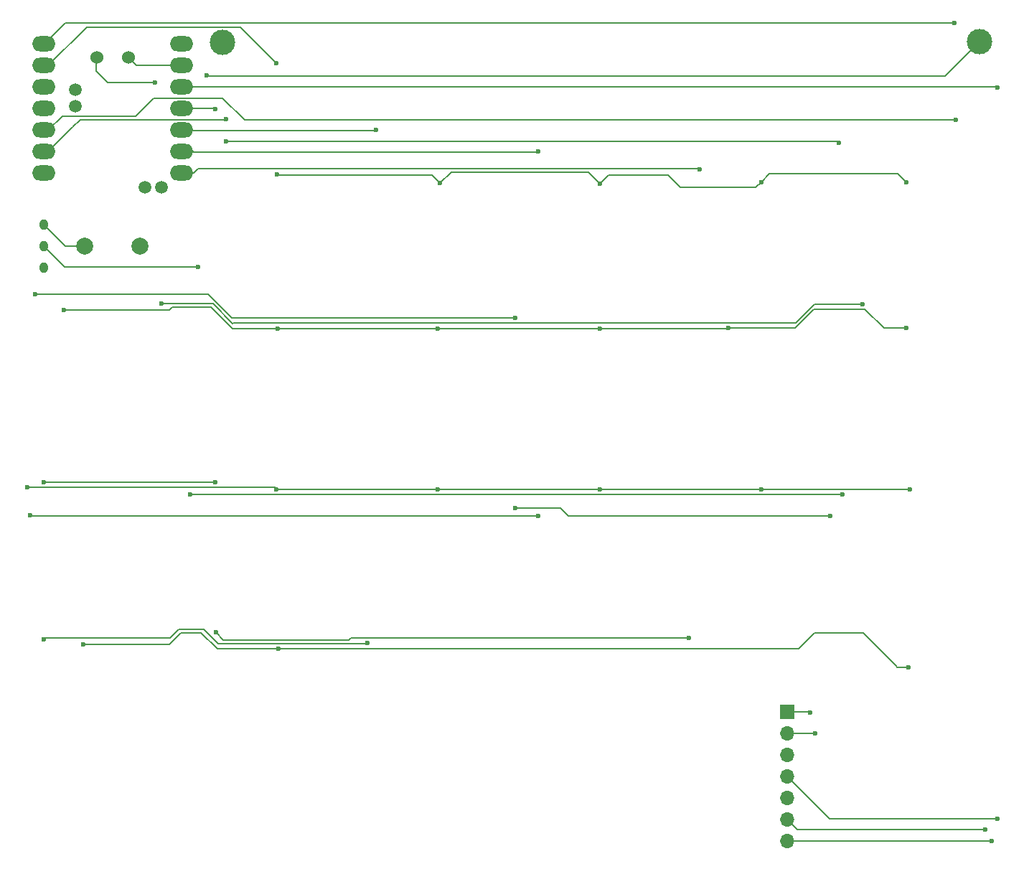
<source format=gbr>
%TF.GenerationSoftware,KiCad,Pcbnew,8.0.7*%
%TF.CreationDate,2025-06-04T19:27:18+09:00*%
%TF.ProjectId,cool642tb_R_v121,636f6f6c-3634-4327-9462-5f525f763132,rev?*%
%TF.SameCoordinates,Original*%
%TF.FileFunction,Copper,L1,Top*%
%TF.FilePolarity,Positive*%
%FSLAX46Y46*%
G04 Gerber Fmt 4.6, Leading zero omitted, Abs format (unit mm)*
G04 Created by KiCad (PCBNEW 8.0.7) date 2025-06-04 19:27:18*
%MOMM*%
%LPD*%
G01*
G04 APERTURE LIST*
%TA.AperFunction,ComponentPad*%
%ADD10O,1.000000X1.300000*%
%TD*%
%TA.AperFunction,ComponentPad*%
%ADD11O,2.750000X1.800000*%
%TD*%
%TA.AperFunction,ComponentPad*%
%ADD12C,1.500000*%
%TD*%
%TA.AperFunction,ComponentPad*%
%ADD13C,1.524000*%
%TD*%
%TA.AperFunction,ComponentPad*%
%ADD14R,1.700000X1.700000*%
%TD*%
%TA.AperFunction,ComponentPad*%
%ADD15O,1.700000X1.700000*%
%TD*%
%TA.AperFunction,ComponentPad*%
%ADD16C,3.000000*%
%TD*%
%TA.AperFunction,ComponentPad*%
%ADD17C,2.000000*%
%TD*%
%TA.AperFunction,ViaPad*%
%ADD18C,0.600000*%
%TD*%
%TA.AperFunction,Conductor*%
%ADD19C,0.200000*%
%TD*%
G04 APERTURE END LIST*
D10*
%TO.P,SW21,1,A*%
%TO.N,unconnected-(SW21-A-Pad1)*%
X-27100000Y-1890000D03*
%TO.P,SW21,2,B*%
%TO.N,Net-(BT1--)*%
X-27100000Y610000D03*
%TO.P,SW21,3,C*%
%TO.N,GND*%
X-27100000Y3110000D03*
%TD*%
D11*
%TO.P,U1,1,P0.02_A0_D0*%
%TO.N,MOTION*%
X-27110000Y24450000D03*
%TO.P,U1,2,P0.03_A1_D1*%
%TO.N,Row0*%
X-27110000Y21910000D03*
%TO.P,U1,3,P0.28_A2_D2*%
%TO.N,Row1*%
X-27110000Y19370000D03*
%TO.P,U1,4,P0.29_A3_D3*%
%TO.N,Row2*%
X-27110000Y16830000D03*
%TO.P,U1,5,P0.04_A4_D4_SDA*%
%TO.N,SDIO*%
X-27110000Y14290000D03*
%TO.P,U1,6,P0.05_A5_D5_SCL*%
%TO.N,SCLK*%
X-27110000Y11750000D03*
%TO.P,U1,7,P1.11_D6_TX*%
%TO.N,Row3*%
X-27110000Y9210000D03*
%TO.P,U1,8,P1.12_D7_RX*%
%TO.N,Col3*%
X-10870000Y9210000D03*
%TO.P,U1,9,P1.13_D8_SCK*%
%TO.N,Col2*%
X-10870000Y11750000D03*
%TO.P,U1,10,P1.14_D9_MISO*%
%TO.N,Col1*%
X-10870000Y14290000D03*
%TO.P,U1,11,P1.15_D10_MOSI*%
%TO.N,Col0*%
X-10870000Y16830000D03*
%TO.P,U1,12,3V3*%
%TO.N,3.3V*%
X-10870000Y19370000D03*
%TO.P,U1,13,GND*%
%TO.N,GND*%
X-10870000Y21910000D03*
%TO.P,U1,14,5V*%
%TO.N,VCC*%
X-10870000Y24450000D03*
D12*
%TO.P,U1,15,NFC1_0.09*%
%TO.N,CS*%
X-15154600Y7518000D03*
%TO.P,U1,16,NFC2_0.10*%
%TO.N,Col4*%
X-13275000Y7518000D03*
%TO.P,U1,20,BATT+*%
%TO.N,Bat*%
X-23435000Y17147000D03*
%TO.P,U1,21,BATT-*%
%TO.N,GND*%
X-23435000Y19052000D03*
D13*
%TO.P,U1,22,RST*%
%TO.N,RST*%
X-20870000Y22900000D03*
%TO.P,U1,23,GND*%
%TO.N,GND*%
X-17150000Y22840000D03*
%TD*%
D14*
%TO.P,J1,1,SCLK*%
%TO.N,SCLK*%
X60590000Y-54350000D03*
D15*
%TO.P,J1,2,nCS*%
%TO.N,CS*%
X60590000Y-56890000D03*
%TO.P,J1,3,GND*%
%TO.N,GND*%
X60590000Y-59430000D03*
%TO.P,J1,4,Vin*%
%TO.N,3.3V*%
X60590000Y-61970000D03*
%TO.P,J1,5,nc*%
%TO.N,unconnected-(J1-nc-Pad5)*%
X60590000Y-64510000D03*
%TO.P,J1,6,SDIO*%
%TO.N,SDIO*%
X60590000Y-67050000D03*
%TO.P,J1,7,MOTION*%
%TO.N,MOTION*%
X60590000Y-69590000D03*
%TD*%
D16*
%TO.P,BT1,1,+*%
%TO.N,Bat*%
X-6020000Y24670000D03*
%TO.P,BT1,2,-*%
%TO.N,Net-(BT1--)*%
X83250000Y24710000D03*
%TD*%
D17*
%TO.P,SW22,1,1*%
%TO.N,RST*%
X-15770000Y580000D03*
%TO.P,SW22,2,2*%
%TO.N,GND*%
X-22270000Y580000D03*
%TD*%
D18*
%TO.N,RST*%
X-14010000Y19930000D03*
%TO.N,Net-(BT1--)*%
X-8950000Y-1810000D03*
%TO.N,SCLK*%
X-5590000Y12930000D03*
X-5630000Y15570000D03*
%TO.N,Row1*%
X-24740000Y-6900000D03*
%TO.N,Net-(BT1--)*%
X-7940000Y20780000D03*
%TO.N,Row0*%
X38490000Y8000000D03*
X350000Y9090000D03*
X340000Y22200000D03*
X19600000Y8040000D03*
X57500000Y8140000D03*
X74630000Y8180000D03*
%TO.N,Row1*%
X53670000Y-9040000D03*
X510000Y-9100000D03*
X38450000Y-9100000D03*
X19340000Y-9100000D03*
X74640000Y-9080000D03*
%TO.N,Row2*%
X340000Y-28070000D03*
X75040000Y-28070000D03*
X38470000Y-28070000D03*
X19360000Y-28070000D03*
X57530000Y-28070000D03*
X-29120000Y-27840000D03*
%TO.N,Row3*%
X560000Y-46930000D03*
X74900000Y-49060000D03*
X-22450000Y-46340000D03*
%TO.N,GND*%
X65680000Y-31230000D03*
X28480000Y-7840000D03*
X-28160000Y-5070000D03*
X28470000Y-30300000D03*
%TO.N,CS*%
X63910000Y-56860000D03*
X67120000Y-28720000D03*
X-9850000Y-28700000D03*
%TO.N,SCLK*%
X66690000Y12840000D03*
X63310000Y-54390000D03*
%TO.N,MOTION*%
X84690000Y-69590000D03*
X80300000Y26940000D03*
%TO.N,3.3V*%
X85370000Y-66960000D03*
X85350000Y19300000D03*
%TO.N,SDIO*%
X80500000Y15480000D03*
X83920000Y-68240000D03*
%TO.N,Col0*%
X-27130000Y-27240000D03*
X-6880000Y16760000D03*
X-6900000Y-27240000D03*
%TO.N,Col1*%
X12090000Y14290000D03*
X-27100000Y-45810000D03*
X11050000Y-46230000D03*
%TO.N,Col2*%
X-28700000Y-31100000D03*
X31210000Y11780000D03*
X31200000Y-31240000D03*
%TO.N,Col3*%
X-6850000Y-44940000D03*
X50220000Y9660000D03*
X49020000Y-45640000D03*
%TO.N,Col4*%
X-13270000Y-6160000D03*
X69430000Y-6240000D03*
%TD*%
D19*
%TO.N,RST*%
X-20870000Y22900000D02*
X-20923575Y22846425D01*
X-20923575Y22846425D02*
X-20923575Y21285634D01*
X-20923575Y21285634D02*
X-19567941Y19930000D01*
X-19567941Y19930000D02*
X-14010000Y19930000D01*
%TO.N,Row1*%
X-12340000Y-6922321D02*
X-24717679Y-6922321D01*
X-6191160Y-7801160D02*
X-4892321Y-9100000D01*
X-6191160Y-7801160D02*
X-7432320Y-6560000D01*
X-7432320Y-6560000D02*
X-11977679Y-6560000D01*
X-11977679Y-6560000D02*
X-12340000Y-6922321D01*
%TO.N,Net-(BT1--)*%
X-24680000Y-1810000D02*
X-8950000Y-1810000D01*
X-27100000Y610000D02*
X-24680000Y-1810000D01*
%TO.N,SCLK*%
X-22810000Y15550000D02*
X-15880000Y15550000D01*
X-15880000Y15550000D02*
X-5650000Y15550000D01*
X-15880000Y15550000D02*
X-13100000Y15550000D01*
X-5590000Y12930000D02*
X66600000Y12930000D01*
X-5650000Y15550000D02*
X-5630000Y15570000D01*
%TO.N,SDIO*%
X-16280000Y15950000D02*
X-14200000Y18030000D01*
X-24950000Y15950000D02*
X-16280000Y15950000D01*
X-3450000Y15470000D02*
X80490000Y15470000D01*
X-14200000Y18030000D02*
X-6010000Y18030000D01*
X-6010000Y18030000D02*
X-3450000Y15470000D01*
%TO.N,Row0*%
X340000Y22200000D02*
X-3930000Y26470000D01*
X-3930000Y26470000D02*
X-22050000Y26470000D01*
X-22050000Y26470000D02*
X-26610000Y21910000D01*
%TO.N,Row1*%
X-24717679Y-6922321D02*
X-24740000Y-6900000D01*
%TO.N,GND*%
X-22270000Y580000D02*
X-24570000Y580000D01*
X-24570000Y580000D02*
X-27100000Y3110000D01*
%TO.N,Net-(BT1--)*%
X-7870000Y20710000D02*
X-7940000Y20780000D01*
X79250000Y20710000D02*
X-7870000Y20710000D01*
X83250000Y24710000D02*
X79250000Y20710000D01*
X-25770000Y-720000D02*
X-27100000Y610000D01*
%TO.N,3.3V*%
X-11370000Y19370000D02*
X85280000Y19370000D01*
X85280000Y19370000D02*
X85350000Y19300000D01*
%TO.N,GND*%
X-17150000Y22840000D02*
X-16220000Y21910000D01*
X-16220000Y21910000D02*
X-11370000Y21910000D01*
%TO.N,Row0*%
X20920000Y9360000D02*
X19600000Y8040000D01*
X73660000Y9138500D02*
X58498500Y9138500D01*
X48002093Y7520000D02*
X46523593Y8998500D01*
X74618500Y8180000D02*
X73660000Y9138500D01*
X39488500Y8998500D02*
X38490000Y8000000D01*
X37130000Y9360000D02*
X20920000Y9360000D01*
X56880000Y7520000D02*
X48002093Y7520000D01*
X440000Y9000000D02*
X350000Y9090000D01*
X18640000Y9000000D02*
X440000Y9000000D01*
X-26610000Y21910000D02*
X-26610000Y22400000D01*
X57500000Y8140000D02*
X56880000Y7520000D01*
X46523593Y8998500D02*
X39488500Y8998500D01*
X38490000Y8000000D02*
X37130000Y9360000D01*
X74630000Y8180000D02*
X74618500Y8180000D01*
X19600000Y8040000D02*
X18640000Y9000000D01*
X58498500Y9138500D02*
X57500000Y8140000D01*
%TO.N,Row1*%
X19340000Y-9100000D02*
X38450000Y-9100000D01*
X-4892321Y-9100000D02*
X510000Y-9100000D01*
X69760000Y-6862321D02*
X63710000Y-6862321D01*
X510000Y-9100000D02*
X19340000Y-9100000D01*
X61532321Y-9040000D02*
X63710000Y-6862321D01*
X71977679Y-9080000D02*
X69760000Y-6862321D01*
X74640000Y-9080000D02*
X71977679Y-9080000D01*
X53670000Y-9040000D02*
X61532321Y-9040000D01*
X53610000Y-9100000D02*
X53670000Y-9040000D01*
X-26610000Y19860000D02*
X-26388000Y20082000D01*
X38450000Y-9100000D02*
X53610000Y-9100000D01*
%TO.N,Row2*%
X38470000Y-28070000D02*
X57530000Y-28070000D01*
X-29120000Y-27840000D02*
X110000Y-27840000D01*
X19360000Y-28070000D02*
X38470000Y-28070000D01*
X57530000Y-28070000D02*
X75040000Y-28070000D01*
X110000Y-27840000D02*
X340000Y-28070000D01*
X340000Y-28070000D02*
X19360000Y-28070000D01*
%TO.N,Row3*%
X560000Y-46930000D02*
X-6644004Y-46930000D01*
X74900000Y-49060000D02*
X73577678Y-49060000D01*
X-8581683Y-44992321D02*
X-11002321Y-44992321D01*
X73577678Y-49060000D02*
X73468839Y-48951161D01*
X73468839Y-48951161D02*
X69580000Y-45062321D01*
X-11002321Y-44992321D02*
X-12350000Y-46340000D01*
X560000Y-46930000D02*
X61932321Y-46930000D01*
X-12350000Y-46340000D02*
X-22450000Y-46340000D01*
X63800000Y-45062321D02*
X69580000Y-45062321D01*
X61932321Y-46930000D02*
X63800000Y-45062321D01*
X-6644004Y-46930000D02*
X-8581683Y-44992321D01*
%TO.N,GND*%
X65680000Y-31230000D02*
X34770000Y-31230000D01*
X33840000Y-30300000D02*
X28470000Y-30300000D01*
X-6612157Y-6172157D02*
X-4944314Y-7840000D01*
X34770000Y-31230000D02*
X33840000Y-30300000D01*
X-4944314Y-7840000D02*
X28480000Y-7840000D01*
X-7714314Y-5070000D02*
X-28160000Y-5070000D01*
X-6612157Y-6172157D02*
X-7714314Y-5070000D01*
%TO.N,CS*%
X-9850000Y-28700000D02*
X65680000Y-28700000D01*
X63910000Y-56860000D02*
X63580000Y-56860000D01*
X67120000Y-28720000D02*
X65700000Y-28720000D01*
X65700000Y-28720000D02*
X65680000Y-28700000D01*
X63580000Y-56860000D02*
X63550000Y-56890000D01*
X63550000Y-56890000D02*
X60590000Y-56890000D01*
%TO.N,SCLK*%
X-23705000Y14655000D02*
X-26610000Y11750000D01*
X66600000Y12930000D02*
X66690000Y12840000D01*
X63270000Y-54350000D02*
X60590000Y-54350000D01*
X63310000Y-54390000D02*
X63270000Y-54350000D01*
X-23705000Y14655000D02*
X-22810000Y15550000D01*
%TO.N,MOTION*%
X84690000Y-69590000D02*
X60590000Y-69590000D01*
X-27120000Y24430000D02*
X-24610000Y26940000D01*
X-24610000Y26940000D02*
X80300000Y26940000D01*
%TO.N,3.3V*%
X85370000Y-66960000D02*
X65580000Y-66960000D01*
X65580000Y-66960000D02*
X60590000Y-61970000D01*
%TO.N,SDIO*%
X61780000Y-68240000D02*
X60590000Y-67050000D01*
X-26610000Y14290000D02*
X-24950000Y15950000D01*
X83920000Y-68240000D02*
X61780000Y-68240000D01*
X80490000Y15470000D02*
X80500000Y15480000D01*
%TO.N,Col0*%
X-6950000Y16830000D02*
X-6880000Y16760000D01*
X-27130000Y-27240000D02*
X-6900000Y-27240000D01*
X-6930000Y16810000D02*
X-6880000Y16760000D01*
X-11370000Y16830000D02*
X-6950000Y16830000D01*
%TO.N,Col1*%
X-8237679Y-44592321D02*
X-11202321Y-44592321D01*
X-9500000Y14270000D02*
X12070000Y14270000D01*
X-11202321Y-44592321D02*
X-12210000Y-45600000D01*
X-12210000Y-45600000D02*
X-26890000Y-45600000D01*
X12070000Y14270000D02*
X12090000Y14290000D01*
X11020000Y-46260000D02*
X-6570000Y-46260000D01*
X-26890000Y-45600000D02*
X-27100000Y-45810000D01*
X11050000Y-46230000D02*
X11020000Y-46260000D01*
X-9520000Y14290000D02*
X-9500000Y14270000D01*
X-11370000Y14290000D02*
X-9520000Y14290000D01*
X-6570000Y-46260000D02*
X-8237679Y-44592321D01*
%TO.N,Col2*%
X-28560000Y-31240000D02*
X-28700000Y-31100000D01*
X-11370000Y11750000D02*
X-9490000Y11750000D01*
X31200000Y-31240000D02*
X-28560000Y-31240000D01*
X31160000Y11730000D02*
X31210000Y11780000D01*
X-9470000Y11730000D02*
X31160000Y11730000D01*
X-9490000Y11750000D02*
X-9470000Y11730000D01*
%TO.N,Col3*%
X-11560000Y9510000D02*
X-11310000Y9760000D01*
X11990000Y-45640000D02*
X49020000Y-45640000D01*
X50120000Y9760000D02*
X50220000Y9660000D01*
X-8920000Y9760000D02*
X50120000Y9760000D01*
X9070000Y-45630000D02*
X11980000Y-45630000D01*
X8840000Y-45860000D02*
X9070000Y-45630000D01*
X-11370000Y9210000D02*
X-9470000Y9210000D01*
X-6850000Y-44940000D02*
X-5930000Y-45860000D01*
X11980000Y-45630000D02*
X11990000Y-45640000D01*
X-11880000Y9190000D02*
X-11560000Y9510000D01*
X-9470000Y9210000D02*
X-8920000Y9760000D01*
X-5930000Y-45860000D02*
X8840000Y-45860000D01*
%TO.N,Col4*%
X63766635Y-6240000D02*
X69430000Y-6240000D01*
X-4850000Y-8500000D02*
X-4790000Y-8440000D01*
X-7190000Y-6160000D02*
X-4850000Y-8500000D01*
X-4790000Y-8440000D02*
X61566635Y-8440000D01*
X-13270000Y-6160000D02*
X-7190000Y-6160000D01*
X61566635Y-8440000D02*
X63766635Y-6240000D01*
%TD*%
M02*

</source>
